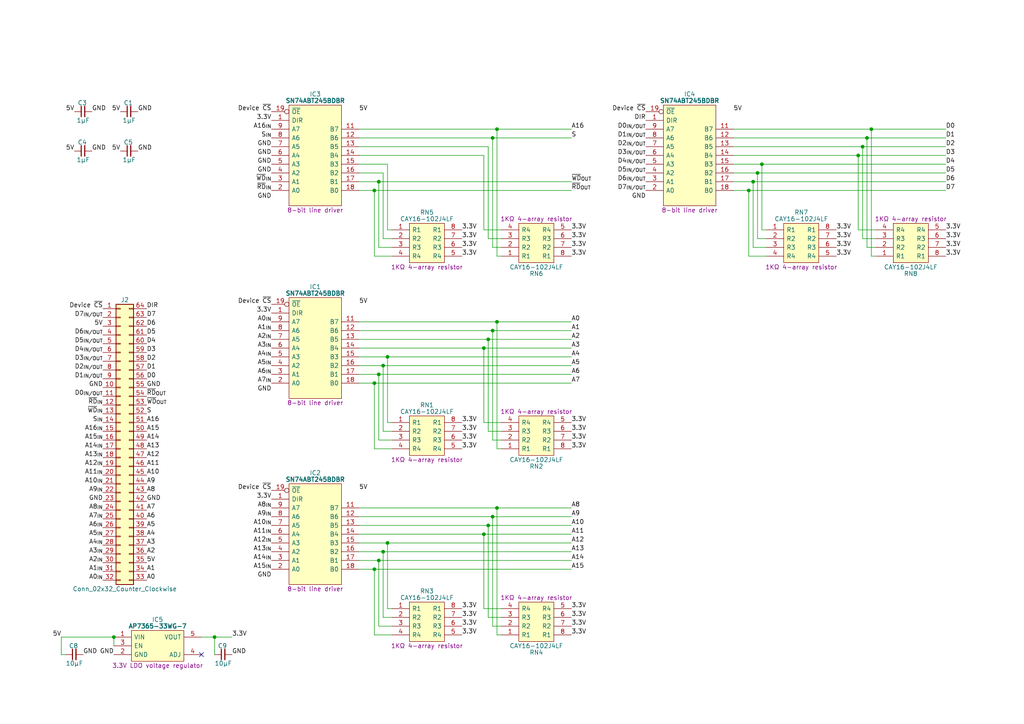
<source format=kicad_sch>
(kicad_sch (version 20230121) (generator eeschema)
  (paper "A4")
  (title_block (title "8bit Data 8bit Signal Buffer") (date "2023-10-07") (rev "V0"))
  (lib_symbols
    (symbol "Bourns:CAY16-102J4LF" (pin_names (offset 0.762))
      (property "Reference" "RN" (at 10.16 5.08 0))
      (property "Value" "CAY16-102J4LF" (at 10.16 3.175 0))
      (property "Description" "1KΩ 4-array resistor" (at 10.16 -10.795 0))
      (symbol "CAY16-102J4LF_0_0"
        (pin passive line (at 0 0 0) (length 5.08) (name "R1") (number "1"))
        (pin passive line (at 0 -2.54 0) (length 5.08) (name "R2") (number "2"))
        (pin passive line (at 0 -5.08 0) (length 5.08) (name "R3") (number "3"))
        (pin passive line (at 0 -7.62 0) (length 5.08) (name "R4") (number "4"))
        (pin passive line (at 20.32 -7.62 180) (length 5.08) (name "R4") (number "5"))
        (pin passive line (at 20.32 -5.08 180) (length 5.08) (name "R3") (number "6"))
        (pin passive line (at 20.32 -2.54 180) (length 5.08) (name "R2") (number "7"))
        (pin passive line (at 20.32 0 180) (length 5.08) (name "R1") (number "8"))
      )
      (symbol "CAY16-102J4LF_0_1"
        (polyline (pts (xy 5.08 1.905) (xy 15.24 1.905) (xy 15.24 -9.525) (xy 5.08 -9.525) (xy 5.08 1.905)) (stroke (width 0.1524)) (fill (type background)))
      )
    )
    (symbol "Connector_Generic:Conn_02x32_Counter_Clockwise" (pin_names (offset 1.016) hide)
      (property "Reference" "J" (at 1.27 40.64 0))
      (property "Value" "Conn_02x32_Counter_Clockwise" (at 1.27 -43.18 0))
      (symbol "Conn_02x32_Counter_Clockwise_1_1"
        (rectangle (start -1.27 -40.513) (end 0 -40.767) (stroke (width 0.1524)))
        (rectangle (start -1.27 -37.973) (end 0 -38.227) (stroke (width 0.1524)))
        (rectangle (start -1.27 -35.433) (end 0 -35.687) (stroke (width 0.1524)))
        (rectangle (start -1.27 -32.893) (end 0 -33.147) (stroke (width 0.1524)))
        (rectangle (start -1.27 -30.353) (end 0 -30.607) (stroke (width 0.1524)))
        (rectangle (start -1.27 -27.813) (end 0 -28.067) (stroke (width 0.1524)))
        (rectangle (start -1.27 -25.273) (end 0 -25.527) (stroke (width 0.1524)))
        (rectangle (start -1.27 -22.733) (end 0 -22.987) (stroke (width 0.1524)))
        (rectangle (start -1.27 -20.193) (end 0 -20.447) (stroke (width 0.1524)))
        (rectangle (start -1.27 -17.653) (end 0 -17.907) (stroke (width 0.1524)))
        (rectangle (start -1.27 -15.113) (end 0 -15.367) (stroke (width 0.1524)))
        (rectangle (start -1.27 -12.573) (end 0 -12.827) (stroke (width 0.1524)))
        (rectangle (start -1.27 -10.033) (end 0 -10.287) (stroke (width 0.1524)))
        (rectangle (start -1.27 -7.493) (end 0 -7.747) (stroke (width 0.1524)))
        (rectangle (start -1.27 -4.953) (end 0 -5.207) (stroke (width 0.1524)))
        (rectangle (start -1.27 -2.413) (end 0 -2.667) (stroke (width 0.1524)))
        (rectangle (start -1.27 0.127) (end 0 -0.127) (stroke (width 0.1524)))
        (rectangle (start -1.27 2.667) (end 0 2.413) (stroke (width 0.1524)))
        (rectangle (start -1.27 5.207) (end 0 4.953) (stroke (width 0.1524)))
        (rectangle (start -1.27 7.747) (end 0 7.493) (stroke (width 0.1524)))
        (rectangle (start -1.27 10.287) (end 0 10.033) (stroke (width 0.1524)))
        (rectangle (start -1.27 12.827) (end 0 12.573) (stroke (width 0.1524)))
        (rectangle (start -1.27 15.367) (end 0 15.113) (stroke (width 0.1524)))
        (rectangle (start -1.27 17.907) (end 0 17.653) (stroke (width 0.1524)))
        (rectangle (start -1.27 20.447) (end 0 20.193) (stroke (width 0.1524)))
        (rectangle (start -1.27 22.987) (end 0 22.733) (stroke (width 0.1524)))
        (rectangle (start -1.27 25.527) (end 0 25.273) (stroke (width 0.1524)))
        (rectangle (start -1.27 28.067) (end 0 27.813) (stroke (width 0.1524)))
        (rectangle (start -1.27 30.607) (end 0 30.353) (stroke (width 0.1524)))
        (rectangle (start -1.27 33.147) (end 0 32.893) (stroke (width 0.1524)))
        (rectangle (start -1.27 35.687) (end 0 35.433) (stroke (width 0.1524)))
        (rectangle (start -1.27 38.227) (end 0 37.973) (stroke (width 0.1524)))
        (rectangle (start -1.27 39.37) (end 3.81 -41.91) (stroke (width 0.254)) (fill (type background)))
        (rectangle (start 3.81 -40.513) (end 2.54 -40.767) (stroke (width 0.1524)))
        (rectangle (start 3.81 -37.973) (end 2.54 -38.227) (stroke (width 0.1524)))
        (rectangle (start 3.81 -35.433) (end 2.54 -35.687) (stroke (width 0.1524)))
        (rectangle (start 3.81 -32.893) (end 2.54 -33.147) (stroke (width 0.1524)))
        (rectangle (start 3.81 -30.353) (end 2.54 -30.607) (stroke (width 0.1524)))
        (rectangle (start 3.81 -27.813) (end 2.54 -28.067) (stroke (width 0.1524)))
        (rectangle (start 3.81 -25.273) (end 2.54 -25.527) (stroke (width 0.1524)))
        (rectangle (start 3.81 -22.733) (end 2.54 -22.987) (stroke (width 0.1524)))
        (rectangle (start 3.81 -20.193) (end 2.54 -20.447) (stroke (width 0.1524)))
        (rectangle (start 3.81 -17.653) (end 2.54 -17.907) (stroke (width 0.1524)))
        (rectangle (start 3.81 -15.113) (end 2.54 -15.367) (stroke (width 0.1524)))
        (rectangle (start 3.81 -12.573) (end 2.54 -12.827) (stroke (width 0.1524)))
        (rectangle (start 3.81 -10.033) (end 2.54 -10.287) (stroke (width 0.1524)))
        (rectangle (start 3.81 -7.493) (end 2.54 -7.747) (stroke (width 0.1524)))
        (rectangle (start 3.81 -4.953) (end 2.54 -5.207) (stroke (width 0.1524)))
        (rectangle (start 3.81 -2.413) (end 2.54 -2.667) (stroke (width 0.1524)))
        (rectangle (start 3.81 0.127) (end 2.54 -0.127) (stroke (width 0.1524)))
        (rectangle (start 3.81 2.667) (end 2.54 2.413) (stroke (width 0.1524)))
        (rectangle (start 3.81 5.207) (end 2.54 4.953) (stroke (width 0.1524)))
        (rectangle (start 3.81 7.747) (end 2.54 7.493) (stroke (width 0.1524)))
        (rectangle (start 3.81 10.287) (end 2.54 10.033) (stroke (width 0.1524)))
        (rectangle (start 3.81 12.827) (end 2.54 12.573) (stroke (width 0.1524)))
        (rectangle (start 3.81 15.367) (end 2.54 15.113) (stroke (width 0.1524)))
        (rectangle (start 3.81 17.907) (end 2.54 17.653) (stroke (width 0.1524)))
        (rectangle (start 3.81 20.447) (end 2.54 20.193) (stroke (width 0.1524)))
        (rectangle (start 3.81 22.987) (end 2.54 22.733) (stroke (width 0.1524)))
        (rectangle (start 3.81 25.527) (end 2.54 25.273) (stroke (width 0.1524)))
        (rectangle (start 3.81 28.067) (end 2.54 27.813) (stroke (width 0.1524)))
        (rectangle (start 3.81 30.607) (end 2.54 30.353) (stroke (width 0.1524)))
        (rectangle (start 3.81 33.147) (end 2.54 32.893) (stroke (width 0.1524)))
        (rectangle (start 3.81 35.687) (end 2.54 35.433) (stroke (width 0.1524)))
        (rectangle (start 3.81 38.227) (end 2.54 37.973) (stroke (width 0.1524)))
        (pin passive line (at -5.08 38.1 0) (length 3.81) (name "Pin_1") (number "1"))
        (pin passive line (at -5.08 15.24 0) (length 3.81) (name "Pin_10") (number "10"))
        (pin passive line (at -5.08 12.7 0) (length 3.81) (name "Pin_11") (number "11"))
        (pin passive line (at -5.08 10.16 0) (length 3.81) (name "Pin_12") (number "12"))
        (pin passive line (at -5.08 7.62 0) (length 3.81) (name "Pin_13") (number "13"))
        (pin passive line (at -5.08 5.08 0) (length 3.81) (name "Pin_14") (number "14"))
        (pin passive line (at -5.08 2.54 0) (length 3.81) (name "Pin_15") (number "15"))
        (pin passive line (at -5.08 0 0) (length 3.81) (name "Pin_16") (number "16"))
        (pin passive line (at -5.08 -2.54 0) (length 3.81) (name "Pin_17") (number "17"))
        (pin passive line (at -5.08 -5.08 0) (length 3.81) (name "Pin_18") (number "18"))
        (pin passive line (at -5.08 -7.62 0) (length 3.81) (name "Pin_19") (number "19"))
        (pin passive line (at -5.08 35.56 0) (length 3.81) (name "Pin_2") (number "2"))
        (pin passive line (at -5.08 -10.16 0) (length 3.81) (name "Pin_20") (number "20"))
        (pin passive line (at -5.08 -12.7 0) (length 3.81) (name "Pin_21") (number "21"))
        (pin passive line (at -5.08 -15.24 0) (length 3.81) (name "Pin_22") (number "22"))
        (pin passive line (at -5.08 -17.78 0) (length 3.81) (name "Pin_23") (number "23"))
        (pin passive line (at -5.08 -20.32 0) (length 3.81) (name "Pin_24") (number "24"))
        (pin passive line (at -5.08 -22.86 0) (length 3.81) (name "Pin_25") (number "25"))
        (pin passive line (at -5.08 -25.4 0) (length 3.81) (name "Pin_26") (number "26"))
        (pin passive line (at -5.08 -27.94 0) (length 3.81) (name "Pin_27") (number "27"))
        (pin passive line (at -5.08 -30.48 0) (length 3.81) (name "Pin_28") (number "28"))
        (pin passive line (at -5.08 -33.02 0) (length 3.81) (name "Pin_29") (number "29"))
        (pin passive line (at -5.08 33.02 0) (length 3.81) (name "Pin_3") (number "3"))
        (pin passive line (at -5.08 -35.56 0) (length 3.81) (name "Pin_30") (number "30"))
        (pin passive line (at -5.08 -38.1 0) (length 3.81) (name "Pin_31") (number "31"))
        (pin passive line (at -5.08 -40.64 0) (length 3.81) (name "Pin_32") (number "32"))
        (pin passive line (at 7.62 -40.64 180) (length 3.81) (name "Pin_33") (number "33"))
        (pin passive line (at 7.62 -38.1 180) (length 3.81) (name "Pin_34") (number "34"))
        (pin passive line (at 7.62 -35.56 180) (length 3.81) (name "Pin_35") (number "35"))
        (pin passive line (at 7.62 -33.02 180) (length 3.81) (name "Pin_36") (number "36"))
        (pin passive line (at 7.62 -30.48 180) (length 3.81) (name "Pin_37") (number "37"))
        (pin passive line (at 7.62 -27.94 180) (length 3.81) (name "Pin_38") (number "38"))
        (pin passive line (at 7.62 -25.4 180) (length 3.81) (name "Pin_39") (number "39"))
        (pin passive line (at -5.08 30.48 0) (length 3.81) (name "Pin_4") (number "4"))
        (pin passive line (at 7.62 -22.86 180) (length 3.81) (name "Pin_40") (number "40"))
        (pin passive line (at 7.62 -20.32 180) (length 3.81) (name "Pin_41") (number "41"))
        (pin passive line (at 7.62 -17.78 180) (length 3.81) (name "Pin_42") (number "42"))
        (pin passive line (at 7.62 -15.24 180) (length 3.81) (name "Pin_43") (number "43"))
        (pin passive line (at 7.62 -12.7 180) (length 3.81) (name "Pin_44") (number "44"))
        (pin passive line (at 7.62 -10.16 180) (length 3.81) (name "Pin_45") (number "45"))
        (pin passive line (at 7.62 -7.62 180) (length 3.81) (name "Pin_46") (number "46"))
        (pin passive line (at 7.62 -5.08 180) (length 3.81) (name "Pin_47") (number "47"))
        (pin passive line (at 7.62 -2.54 180) (length 3.81) (name "Pin_48") (number "48"))
        (pin passive line (at 7.62 0 180) (length 3.81) (name "Pin_49") (number "49"))
        (pin passive line (at -5.08 27.94 0) (length 3.81) (name "Pin_5") (number "5"))
        (pin passive line (at 7.62 2.54 180) (length 3.81) (name "Pin_50") (number "50"))
        (pin passive line (at 7.62 5.08 180) (length 3.81) (name "Pin_51") (number "51"))
        (pin passive line (at 7.62 7.62 180) (length 3.81) (name "Pin_52") (number "52"))
        (pin passive line (at 7.62 10.16 180) (length 3.81) (name "Pin_53") (number "53"))
        (pin passive line (at 7.62 12.7 180) (length 3.81) (name "Pin_54") (number "54"))
        (pin passive line (at 7.62 15.24 180) (length 3.81) (name "Pin_55") (number "55"))
        (pin passive line (at 7.62 17.78 180) (length 3.81) (name "Pin_56") (number "56"))
        (pin passive line (at 7.62 20.32 180) (length 3.81) (name "Pin_57") (number "57"))
        (pin passive line (at 7.62 22.86 180) (length 3.81) (name "Pin_58") (number "58"))
        (pin passive line (at 7.62 25.4 180) (length 3.81) (name "Pin_59") (number "59"))
        (pin passive line (at -5.08 25.4 0) (length 3.81) (name "Pin_6") (number "6"))
        (pin passive line (at 7.62 27.94 180) (length 3.81) (name "Pin_60") (number "60"))
        (pin passive line (at 7.62 30.48 180) (length 3.81) (name "Pin_61") (number "61"))
        (pin passive line (at 7.62 33.02 180) (length 3.81) (name "Pin_62") (number "62"))
        (pin passive line (at 7.62 35.56 180) (length 3.81) (name "Pin_63") (number "63"))
        (pin passive line (at 7.62 38.1 180) (length 3.81) (name "Pin_64") (number "64"))
        (pin passive line (at -5.08 22.86 0) (length 3.81) (name "Pin_7") (number "7"))
        (pin passive line (at -5.08 20.32 0) (length 3.81) (name "Pin_8") (number "8"))
        (pin passive line (at -5.08 17.78 0) (length 3.81) (name "Pin_9") (number "9"))
      )
    )
    (symbol "Diodes_Inc:AP7365-33WG-7" (pin_names (offset 0.762))
      (property "Reference" "IC" (at 12.7 5.08 0))
      (property "Value" "AP7365-33WG-7" (at 12.7 3.175 0))
      (property "Description" "3.3V LDO voltage regulator" (at 12.7 -8.255 0))
      (symbol "AP7365-33WG-7_0_0"
        (pin passive line (at 0 0 0) (length 5.08) (name "VIN") (number "1"))
        (pin passive line (at 0 -5.08 0) (length 5.08) (name "GND") (number "2"))
        (pin input line (at 0 -2.54 0) (length 5.08) (name "EN") (number "3"))
        (pin passive line (at 25.4 -5.08 180) (length 5.08) (name "ADJ") (number "4"))
        (pin passive line (at 25.4 0 180) (length 5.08) (name "VOUT") (number "5"))
      )
      (symbol "AP7365-33WG-7_0_1"
        (polyline (pts (xy 5.08 1.905) (xy 20.32 1.905) (xy 20.32 -6.985) (xy 5.08 -6.985) (xy 5.08 1.905)) (fill (type background)))
      )
    )
    (symbol "HCP65:C_0805" (pin_numbers hide) (pin_names (offset 0.254) hide)
      (property "Reference" "C" (at 2.286 2.54 0))
      (property "Value" "?μF" (at 2.54 -2.54 0))
      (symbol "C_0805_0_1"
        (polyline (pts (xy 1.9685 -1.4605) (xy 1.9685 1.5875)) (stroke (width 0.3048)))
        (polyline (pts (xy 2.9845 -1.4605) (xy 2.9845 1.5875)) (stroke (width 0.3302)))
      )
      (symbol "C_0805_1_1"
        (pin passive line (at 0 0 0) (length 2.032) (name "~") (number "1"))
        (pin passive line (at 5.08 0 180) (length 2.032) (name "~") (number "2"))
      )
    )
    (symbol "Texas_Instruments:SN74ABT245BDBR" (pin_names (offset 0.762))
      (property "Reference" "IC" (at 12.7 5.08 0))
      (property "Value" "SN74ABT245BDBR" (at 12.7 3.175 0))
      (property "Description" "8-bit line driver" (at 12.7 -28.575 0))
      (symbol "SN74ABT245BDBR_0_0"
        (pin input line (at 0 -2.54 0) (length 5.08) (name "DIR") (number "1"))
        (pin passive line (at 0 -25.4 0) (length 5.08) hide (name "GND") (number "10"))
        (pin tri_state line (at 25.4 -5.08 180) (length 5.08) (name "B7") (number "11"))
        (pin tri_state line (at 25.4 -7.62 180) (length 5.08) (name "B6") (number "12"))
        (pin tri_state line (at 25.4 -10.16 180) (length 5.08) (name "B5") (number "13"))
        (pin tri_state line (at 25.4 -12.7 180) (length 5.08) (name "B4") (number "14"))
        (pin tri_state line (at 25.4 -15.24 180) (length 5.08) (name "B3") (number "15"))
        (pin tri_state line (at 25.4 -17.78 180) (length 5.08) (name "B2") (number "16"))
        (pin tri_state line (at 25.4 -20.32 180) (length 5.08) (name "B1") (number "17"))
        (pin tri_state line (at 25.4 -22.86 180) (length 5.08) (name "B0") (number "18"))
        (pin input inverted (at 0 0 0) (length 5.08) (name "~{OE}") (number "19"))
        (pin tri_state line (at 0 -22.86 0) (length 5.08) (name "A0") (number "2"))
        (pin passive line (at 25.4 0 180) (length 5.08) hide (name "5V") (number "20"))
        (pin tri_state line (at 0 -20.32 0) (length 5.08) (name "A1") (number "3"))
        (pin tri_state line (at 0 -17.78 0) (length 5.08) (name "A2") (number "4"))
        (pin tri_state line (at 0 -15.24 0) (length 5.08) (name "A3") (number "5"))
        (pin tri_state line (at 0 -12.7 0) (length 5.08) (name "A4") (number "6"))
        (pin tri_state line (at 0 -10.16 0) (length 5.08) (name "A5") (number "7"))
        (pin tri_state line (at 0 -7.62 0) (length 5.08) (name "A6") (number "8"))
        (pin tri_state line (at 0 -5.08 0) (length 5.08) (name "A7") (number "9"))
      )
      (symbol "SN74ABT245BDBR_0_1"
        (polyline (pts (xy 5.08 1.905) (xy 20.32 1.905) (xy 20.32 -27.305) (xy 5.08 -27.305) (xy 5.08 1.905)) (stroke (width 0.1524)) (fill (type background)))
      )
    )
  )
  (junction (at 251.46 40.005))
  (junction (at 111.125 106.045))
  (junction (at 217.17 55.245))
  (junction (at 144.145 93.345))
  (junction (at 112.395 103.505))
  (junction (at 109.855 52.705))
  (junction (at 33.02 184.785))
  (junction (at 142.875 149.86))
  (junction (at 142.875 95.885))
  (junction (at 112.395 157.48))
  (junction (at 108.585 55.245))
  (junction (at 109.855 162.56))
  (junction (at 144.145 37.465))
  (junction (at 252.73 37.465))
  (junction (at 108.585 165.1))
  (junction (at 141.605 98.425))
  (junction (at 250.19 42.545))
  (junction (at 140.335 100.965))
  (junction (at 219.71 50.165))
  (junction (at 144.145 147.32))
  (junction (at 248.92 45.085))
  (junction (at 220.98 47.625))
  (junction (at 62.23 184.785))
  (junction (at 218.44 52.705))
  (junction (at 142.875 40.005))
  (junction (at 109.855 108.585))
  (junction (at 140.335 154.94))
  (junction (at 141.605 152.4))
  (junction (at 108.585 111.125))
  (junction (at 111.125 160.02))
  (no_connect (at 58.42 189.865))
  (wire (pts (xy 140.335 100.965) (xy 165.735 100.965)))
  (wire (pts (xy 145.415 127.635) (xy 142.875 127.635)))
  (wire (pts (xy 250.19 69.215) (xy 254 69.215)))
  (wire (pts (xy 165.735 154.94) (xy 140.335 154.94)))
  (wire (pts (xy 212.725 47.625) (xy 220.98 47.625)))
  (wire (pts (xy 144.145 93.345) (xy 165.735 93.345)))
  (wire (pts (xy 104.14 37.465) (xy 144.145 37.465)))
  (wire (pts (xy 252.73 37.465) (xy 274.32 37.465)))
  (wire (pts (xy 140.335 66.675) (xy 145.415 66.675)))
  (wire (pts (xy 140.335 176.53) (xy 145.415 176.53)))
  (wire (pts (xy 219.71 69.215) (xy 222.25 69.215)))
  (wire (pts (xy 144.145 37.465) (xy 144.145 74.295)))
  (wire (pts (xy 212.725 37.465) (xy 252.73 37.465)))
  (wire (pts (xy 111.125 106.045) (xy 165.735 106.045)))
  (wire (pts (xy 108.585 130.175) (xy 108.585 111.125)))
  (wire (pts (xy 112.395 66.675) (xy 112.395 47.625)))
  (wire (pts (xy 109.855 127.635) (xy 109.855 108.585)))
  (wire (pts (xy 142.875 95.885) (xy 165.735 95.885)))
  (wire (pts (xy 62.23 189.865) (xy 62.23 184.785)))
  (wire (pts (xy 248.92 66.675) (xy 248.92 45.085)))
  (wire (pts (xy 111.125 69.215) (xy 111.125 50.165)))
  (wire (pts (xy 141.605 179.07) (xy 141.605 152.4)))
  (wire (pts (xy 219.71 50.165) (xy 274.32 50.165)))
  (wire (pts (xy 145.415 184.15) (xy 144.145 184.15)))
  (wire (pts (xy 104.14 98.425) (xy 141.605 98.425)))
  (wire (pts (xy 111.125 125.095) (xy 113.665 125.095)))
  (wire (pts (xy 251.46 40.005) (xy 251.46 71.755)))
  (wire (pts (xy 144.145 93.345) (xy 144.145 130.175)))
  (wire (pts (xy 108.585 111.125) (xy 165.735 111.125)))
  (wire (pts (xy 250.19 69.215) (xy 250.19 42.545)))
  (wire (pts (xy 108.585 165.1) (xy 104.14 165.1)))
  (wire (pts (xy 142.875 149.86) (xy 142.875 181.61)))
  (wire (pts (xy 104.14 47.625) (xy 112.395 47.625)))
  (wire (pts (xy 109.855 108.585) (xy 165.735 108.585)))
  (wire (pts (xy 109.855 71.755) (xy 109.855 52.705)))
  (wire (pts (xy 104.14 95.885) (xy 142.875 95.885)))
  (wire (pts (xy 165.735 157.48) (xy 112.395 157.48)))
  (wire (pts (xy 145.415 130.175) (xy 144.145 130.175)))
  (wire (pts (xy 248.92 45.085) (xy 274.32 45.085)))
  (wire (pts (xy 17.78 184.785) (xy 33.02 184.785)))
  (wire (pts (xy 140.335 122.555) (xy 145.415 122.555)))
  (wire (pts (xy 217.17 55.245) (xy 274.32 55.245)))
  (wire (pts (xy 104.14 103.505) (xy 112.395 103.505)))
  (wire (pts (xy 112.395 66.675) (xy 113.665 66.675)))
  (wire (pts (xy 250.19 42.545) (xy 274.32 42.545)))
  (wire (pts (xy 212.725 55.245) (xy 217.17 55.245)))
  (wire (pts (xy 108.585 74.295) (xy 108.585 55.245)))
  (wire (pts (xy 141.605 98.425) (xy 165.735 98.425)))
  (wire (pts (xy 248.92 66.675) (xy 254 66.675)))
  (wire (pts (xy 111.125 179.07) (xy 113.665 179.07)))
  (wire (pts (xy 165.735 165.1) (xy 108.585 165.1)))
  (wire (pts (xy 33.02 184.785) (xy 33.02 187.325)))
  (wire (pts (xy 111.125 69.215) (xy 113.665 69.215)))
  (wire (pts (xy 142.875 40.005) (xy 142.875 71.755)))
  (wire (pts (xy 141.605 69.215) (xy 141.605 42.545)))
  (wire (pts (xy 112.395 122.555) (xy 113.665 122.555)))
  (wire (pts (xy 165.735 149.86) (xy 142.875 149.86)))
  (wire (pts (xy 108.585 184.15) (xy 108.585 165.1)))
  (wire (pts (xy 113.665 127.635) (xy 109.855 127.635)))
  (wire (pts (xy 104.14 50.165) (xy 111.125 50.165)))
  (wire (pts (xy 165.735 147.32) (xy 144.145 147.32)))
  (wire (pts (xy 113.665 184.15) (xy 108.585 184.15)))
  (wire (pts (xy 220.98 66.675) (xy 222.25 66.675)))
  (wire (pts (xy 111.125 179.07) (xy 111.125 160.02)))
  (wire (pts (xy 218.44 52.705) (xy 274.32 52.705)))
  (wire (pts (xy 142.875 95.885) (xy 142.875 127.635)))
  (wire (pts (xy 104.14 45.085) (xy 140.335 45.085)))
  (wire (pts (xy 140.335 66.675) (xy 140.335 45.085)))
  (wire (pts (xy 212.725 45.085) (xy 248.92 45.085)))
  (wire (pts (xy 113.665 181.61) (xy 109.855 181.61)))
  (wire (pts (xy 112.395 122.555) (xy 112.395 103.505)))
  (wire (pts (xy 112.395 157.48) (xy 104.14 157.48)))
  (wire (pts (xy 112.395 103.505) (xy 165.735 103.505)))
  (wire (pts (xy 104.14 100.965) (xy 140.335 100.965)))
  (wire (pts (xy 222.25 74.295) (xy 217.17 74.295)))
  (wire (pts (xy 104.14 108.585) (xy 109.855 108.585)))
  (wire (pts (xy 165.735 162.56) (xy 109.855 162.56)))
  (wire (pts (xy 104.14 93.345) (xy 144.145 93.345)))
  (wire (pts (xy 108.585 55.245) (xy 165.735 55.245)))
  (wire (pts (xy 113.665 71.755) (xy 109.855 71.755)))
  (wire (pts (xy 141.605 125.095) (xy 145.415 125.095)))
  (wire (pts (xy 58.42 184.785) (xy 62.23 184.785)))
  (wire (pts (xy 144.145 147.32) (xy 144.145 184.15)))
  (wire (pts (xy 104.14 55.245) (xy 108.585 55.245)))
  (wire (pts (xy 141.605 152.4) (xy 104.14 152.4)))
  (wire (pts (xy 104.14 111.125) (xy 108.585 111.125)))
  (wire (pts (xy 254 74.295) (xy 252.73 74.295)))
  (wire (pts (xy 145.415 74.295) (xy 144.145 74.295)))
  (wire (pts (xy 165.735 160.02) (xy 111.125 160.02)))
  (wire (pts (xy 212.725 50.165) (xy 219.71 50.165)))
  (wire (pts (xy 254 71.755) (xy 251.46 71.755)))
  (wire (pts (xy 140.335 154.94) (xy 104.14 154.94)))
  (wire (pts (xy 111.125 160.02) (xy 104.14 160.02)))
  (wire (pts (xy 252.73 37.465) (xy 252.73 74.295)))
  (wire (pts (xy 142.875 40.005) (xy 165.735 40.005)))
  (wire (pts (xy 140.335 122.555) (xy 140.335 100.965)))
  (wire (pts (xy 220.98 66.675) (xy 220.98 47.625)))
  (wire (pts (xy 145.415 181.61) (xy 142.875 181.61)))
  (wire (pts (xy 113.665 130.175) (xy 108.585 130.175)))
  (wire (pts (xy 113.665 74.295) (xy 108.585 74.295)))
  (wire (pts (xy 222.25 71.755) (xy 218.44 71.755)))
  (wire (pts (xy 17.78 184.785) (xy 17.78 189.865)))
  (wire (pts (xy 144.145 37.465) (xy 165.735 37.465)))
  (wire (pts (xy 141.605 125.095) (xy 141.605 98.425)))
  (wire (pts (xy 109.855 162.56) (xy 104.14 162.56)))
  (wire (pts (xy 219.71 69.215) (xy 219.71 50.165)))
  (wire (pts (xy 112.395 176.53) (xy 113.665 176.53)))
  (wire (pts (xy 104.14 106.045) (xy 111.125 106.045)))
  (wire (pts (xy 104.14 42.545) (xy 141.605 42.545)))
  (wire (pts (xy 212.725 40.005) (xy 251.46 40.005)))
  (wire (pts (xy 111.125 125.095) (xy 111.125 106.045)))
  (wire (pts (xy 109.855 52.705) (xy 165.735 52.705)))
  (wire (pts (xy 165.735 152.4) (xy 141.605 152.4)))
  (wire (pts (xy 145.415 71.755) (xy 142.875 71.755)))
  (wire (pts (xy 112.395 176.53) (xy 112.395 157.48)))
  (wire (pts (xy 109.855 181.61) (xy 109.855 162.56)))
  (wire (pts (xy 251.46 40.005) (xy 274.32 40.005)))
  (wire (pts (xy 142.875 149.86) (xy 104.14 149.86)))
  (wire (pts (xy 220.98 47.625) (xy 274.32 47.625)))
  (wire (pts (xy 217.17 74.295) (xy 217.17 55.245)))
  (wire (pts (xy 17.78 189.865) (xy 19.05 189.865)))
  (wire (pts (xy 212.725 52.705) (xy 218.44 52.705)))
  (wire (pts (xy 218.44 71.755) (xy 218.44 52.705)))
  (wire (pts (xy 104.14 40.005) (xy 142.875 40.005)))
  (wire (pts (xy 141.605 179.07) (xy 145.415 179.07)))
  (wire (pts (xy 212.725 42.545) (xy 250.19 42.545)))
  (wire (pts (xy 62.23 184.785) (xy 67.31 184.785)))
  (wire (pts (xy 141.605 69.215) (xy 145.415 69.215)))
  (wire (pts (xy 104.14 52.705) (xy 109.855 52.705)))
  (wire (pts (xy 140.335 176.53) (xy 140.335 154.94)))
  (wire (pts (xy 144.145 147.32) (xy 104.14 147.32)))
  (label "~{RD}_{OUT}" (at 165.735 55.245 0))
  (label "3.3V" (at 165.735 125.095 0))
  (label "~{WD}_{OUT}" (at 165.735 52.705 0))
  (label "GND" (at 78.74 57.785 180))
  (label "A16" (at 42.545 122.555 0))
  (label "3.3V" (at 133.985 122.555 0))
  (label "GND" (at 187.325 57.785 180))
  (label "A7_{IN}" (at 29.845 150.495 180))
  (label "A2" (at 42.545 160.655 0))
  (label "3.3V" (at 165.735 127.635 0))
  (label "3.3V" (at 165.735 176.53 0))
  (label "A12_{IN}" (at 29.845 135.255 180))
  (label "Device ~{CS}" (at 29.845 89.535 180))
  (label "~{WD}_{IN}" (at 29.845 120.015 180))
  (label "3.3V" (at 165.735 130.175 0))
  (label "3.3V" (at 133.985 184.15 0))
  (label "D2_{IN{slash}OUT}" (at 29.845 107.315 180))
  (label "A7" (at 165.735 111.125 0))
  (label "3.3V" (at 78.74 144.78 180))
  (label "D5_{IN{slash}OUT}" (at 29.845 99.695 180))
  (label "GND" (at 78.74 42.545 180))
  (label "3.3V" (at 242.57 74.295 0))
  (label "D3_{IN{slash}OUT}" (at 187.325 45.085 180))
  (label "A15" (at 42.545 125.095 0))
  (label "A12" (at 42.545 132.715 0))
  (label "D2_{IN{slash}OUT}" (at 187.325 42.545 180))
  (label "A8_{IN}" (at 78.74 147.32 180))
  (label "A3" (at 42.545 158.115 0))
  (label "DIR" (at 187.325 34.925 180))
  (label "GND" (at 67.31 189.865 0))
  (label "3.3V" (at 133.985 66.675 0))
  (label "GND" (at 26.67 32.385 0))
  (label "D4_{IN{slash}OUT}" (at 187.325 47.625 180))
  (label "3.3V" (at 133.985 69.215 0))
  (label "GND" (at 78.74 47.625 180))
  (label "D4_{IN{slash}OUT}" (at 29.845 102.235 180))
  (label "A12_{IN}" (at 78.74 157.48 180))
  (label "D2" (at 274.32 42.545 0))
  (label "A9" (at 42.545 140.335 0))
  (label "3.3V" (at 242.57 71.755 0))
  (label "~{RD}_{OUT}" (at 42.545 114.935 0))
  (label "5V" (at 34.925 43.815 180))
  (label "A2_{IN}" (at 29.845 163.195 180))
  (label "A9_{IN}" (at 29.845 142.875 180))
  (label "5V" (at 104.14 88.265 0))
  (label "A16_{IN}" (at 78.74 37.465 180))
  (label "A7_{IN}" (at 78.74 111.125 180))
  (label "A14_{IN}" (at 29.845 130.175 180))
  (label "A8" (at 165.735 147.32 0))
  (label "D7_{IN{slash}OUT}" (at 187.325 55.245 180))
  (label "A5" (at 42.545 153.035 0))
  (label "GND" (at 24.13 189.865 0))
  (label "A0" (at 42.545 168.275 0))
  (label "5V" (at 17.78 184.785 180))
  (label "D1" (at 274.32 40.005 0))
  (label "D6_{IN{slash}OUT}" (at 187.325 52.705 180))
  (label "3.3V" (at 133.985 176.53 0))
  (label "D0_{IN{slash}OUT}" (at 29.845 114.935 180))
  (label "D3" (at 42.545 102.235 0))
  (label "A11_{IN}" (at 78.74 154.94 180))
  (label "A14" (at 165.735 162.56 0))
  (label "3.3V" (at 274.32 74.295 0))
  (label "A0_{IN}" (at 78.74 93.345 180))
  (label "3.3V" (at 133.985 179.07 0))
  (label "A4_{IN}" (at 78.74 103.505 180))
  (label "A15_{IN}" (at 78.74 165.1 180))
  (label "D4" (at 274.32 47.625 0))
  (label "A13_{IN}" (at 78.74 160.02 180))
  (label "3.3V" (at 165.735 66.675 0))
  (label "GND" (at 78.74 50.165 180))
  (label "5V" (at 104.14 142.24 0))
  (label "3.3V" (at 78.74 90.805 180))
  (label "5V" (at 104.14 32.385 0))
  (label "S" (at 165.735 40.005 0))
  (label "A10" (at 42.545 137.795 0))
  (label "D0" (at 42.545 109.855 0))
  (label "D2" (at 42.545 104.775 0))
  (label "A3_{IN}" (at 78.74 100.965 180))
  (label "A4" (at 42.545 155.575 0))
  (label "GND" (at 33.02 189.865 180))
  (label "S_{IN}" (at 29.845 122.555 180))
  (label "A5" (at 165.735 106.045 0))
  (label "3.3V" (at 274.32 69.215 0))
  (label "A5_{IN}" (at 29.845 155.575 180))
  (label "A5_{IN}" (at 78.74 106.045 180))
  (label "D5_{IN{slash}OUT}" (at 187.325 50.165 180))
  (label "A7" (at 42.545 147.955 0))
  (label "A2_{IN}" (at 78.74 98.425 180))
  (label "3.3V" (at 165.735 74.295 0))
  (label "GND" (at 42.545 145.415 0))
  (label "3.3V" (at 165.735 71.755 0))
  (label "A0" (at 165.735 93.345 0))
  (label "5V" (at 21.59 32.385 180))
  (label "GND" (at 26.67 43.815 0))
  (label "5V" (at 29.845 94.615 180))
  (label "~{RD}_{IN}" (at 78.74 55.245 180))
  (label "A11_{IN}" (at 29.845 137.795 180))
  (label "GND" (at 78.74 167.64 180))
  (label "3.3V" (at 242.57 66.675 0))
  (label "A13" (at 165.735 160.02 0))
  (label "~{WD}_{IN}" (at 78.74 52.705 180))
  (label "S_{IN}" (at 78.74 40.005 180))
  (label "A1" (at 165.735 95.885 0))
  (label "A13" (at 42.545 130.175 0))
  (label "D3" (at 274.32 45.085 0))
  (label "A16_{IN}" (at 29.845 125.095 180))
  (label "GND" (at 42.545 112.395 0))
  (label "Device ~{CS}" (at 78.74 142.24 180))
  (label "D7_{IN{slash}OUT}" (at 29.845 92.075 180))
  (label "A14_{IN}" (at 78.74 162.56 180))
  (label "D7" (at 274.32 55.245 0))
  (label "A0_{IN}" (at 29.845 168.275 180))
  (label "D0_{IN{slash}OUT}" (at 187.325 37.465 180))
  (label "3.3V" (at 242.57 69.215 0))
  (label "5V" (at 21.59 43.815 180))
  (label "A10" (at 165.735 152.4 0))
  (label "GND" (at 78.74 45.085 180))
  (label "A13_{IN}" (at 29.845 132.715 180))
  (label "A6" (at 165.735 108.585 0))
  (label "Device ~{CS}" (at 78.74 88.265 180))
  (label "5V" (at 34.925 32.385 180))
  (label "~{WD}_{OUT}" (at 42.545 117.475 0))
  (label "GND" (at 29.845 145.415 180))
  (label "D1_{IN{slash}OUT}" (at 29.845 109.855 180))
  (label "GND" (at 40.005 43.815 0))
  (label "A4_{IN}" (at 29.845 158.115 180))
  (label "3.3V" (at 133.985 71.755 0))
  (label "D6_{IN{slash}OUT}" (at 29.845 97.155 180))
  (label "GND" (at 40.005 32.385 0))
  (label "3.3V" (at 165.735 122.555 0))
  (label "A14" (at 42.545 127.635 0))
  (label "3.3V" (at 165.735 184.15 0))
  (label "A12" (at 165.735 157.48 0))
  (label "3.3V" (at 133.985 181.61 0))
  (label "D1" (at 42.545 107.315 0))
  (label "D7" (at 42.545 92.075 0))
  (label "3.3V" (at 133.985 125.095 0))
  (label "Device ~{CS}" (at 187.325 32.385 180))
  (label "3.3V" (at 67.31 184.785 0))
  (label "3.3V" (at 274.32 66.675 0))
  (label "3.3V" (at 78.74 34.925 180))
  (label "A10_{IN}" (at 78.74 152.4 180))
  (label "A6_{IN}" (at 29.845 153.035 180))
  (label "DIR" (at 42.545 89.535 0))
  (label "D1_{IN{slash}OUT}" (at 187.325 40.005 180))
  (label "3.3V" (at 274.32 71.755 0))
  (label "GND" (at 78.74 113.665 180))
  (label "GND" (at 29.845 112.395 180))
  (label "A1_{IN}" (at 29.845 165.735 180))
  (label "A1" (at 42.545 165.735 0))
  (label "D5" (at 42.545 97.155 0))
  (label "D0" (at 274.32 37.465 0))
  (label "5V" (at 42.545 163.195 0))
  (label "A8" (at 42.545 142.875 0))
  (label "A11" (at 165.735 154.94 0))
  (label "D4" (at 42.545 99.695 0))
  (label "A3" (at 165.735 100.965 0))
  (label "A10_{IN}" (at 29.845 140.335 180))
  (label "D6" (at 274.32 52.705 0))
  (label "S" (at 42.545 120.015 0))
  (label "A2" (at 165.735 98.425 0))
  (label "Device ~{CS}" (at 78.74 32.385 180))
  (label "A15_{IN}" (at 29.845 127.635 180))
  (label "3.3V" (at 165.735 181.61 0))
  (label "A9_{IN}" (at 78.74 149.86 180))
  (label "5V" (at 212.725 32.385 0))
  (label "3.3V" (at 133.985 127.635 0))
  (label "3.3V" (at 165.735 69.215 0))
  (label "A9" (at 165.735 149.86 0))
  (label "3.3V" (at 133.985 74.295 0))
  (label "A8_{IN}" (at 29.845 147.955 180))
  (label "3.3V" (at 133.985 130.175 0))
  (label "A15" (at 165.735 165.1 0))
  (label "A1_{IN}" (at 78.74 95.885 180))
  (label "A4" (at 165.735 103.505 0))
  (label "A6" (at 42.545 150.495 0))
  (label "A16" (at 165.735 37.465 0))
  (label "D3_{IN{slash}OUT}" (at 29.845 104.775 180))
  (label "D6" (at 42.545 94.615 0))
  (label "~{RD}_{IN}" (at 29.845 117.475 180))
  (label "A3_{IN}" (at 29.845 160.655 180))
  (label "A6_{IN}" (at 78.74 108.585 180))
  (label "3.3V" (at 165.735 179.07 0))
  (label "A11" (at 42.545 135.255 0))
  (label "D5" (at 274.32 50.165 0))
  (symbol (lib_id "Bourns:CAY16-102J4LF") (at 145.415 130.175 0) (mirror x) (unit 1)
    (property "Reference" "RN2" (at 155.575 135.255 0))
    (property "Value" "CAY16-102J4LF" (at 155.575 133.35 0))
    (property "Footprint" "SamacSys_Parts:CAY16-J4" (effects hide))
    (property "Datasheet" "https://www.bourns.com/pdfs/CATCAY.pdf" (effects hide))
    (property "Description" "1KΩ 4-array resistor" (at 155.575 119.38 0))
    (property "Manufacturer_Name" "Bourns" (effects hide))
    (property "Manufacturer_Part_Number" "CAY16-102J4LF\n" (effects hide))
    (property "Mouser Part Number" "652-CAY16-102J4LF" (effects hide))
    (property "Mouser Price/Stock" "https://www.mouser.co.uk/ProductDetail/Bourns/CAY16-472J4LF?qs=vjljXApjgZXDWSqaYW6%252BOA%3D%3D" (effects hide))
    (property "Silkscreen" "1KΩ" (effects hide))
  )
  (symbol (lib_id "Bourns:CAY16-102J4LF") (at 222.25 66.675 0) (unit 1)
    (property "Reference" "RN7" (at 232.41 61.595 0))
    (property "Value" "CAY16-102J4LF" (at 232.41 63.5 0))
    (property "Footprint" "SamacSys_Parts:CAY16-J4" (effects hide))
    (property "Datasheet" "https://www.bourns.com/pdfs/CATCAY.pdf" (effects hide))
    (property "Description" "1KΩ 4-array resistor" (at 232.41 77.47 0))
    (property "Manufacturer_Name" "Bourns" (effects hide))
    (property "Manufacturer_Part_Number" "CAY16-102J4LF\n" (effects hide))
    (property "Mouser Part Number" "652-CAY16-102J4LF" (effects hide))
    (property "Mouser Price/Stock" "https://www.mouser.co.uk/ProductDetail/Bourns/CAY16-472J4LF?qs=vjljXApjgZXDWSqaYW6%252BOA%3D%3D" (effects hide))
    (property "Silkscreen" "1KΩ" (effects hide))
  )
  (symbol (lib_id "Texas_Instruments:SN74ABT245BDBR") (at 78.74 32.385 0) (unit 1)
    (property "Reference" "IC3" (at 91.44 27.305 0))
    (property "Value" "SN74ABT245BDBR" (at 91.44 29.21 0) (effects (font bold)))
    (property "Footprint" "SOP65P780X200-20N" (effects hide))
    (property "Datasheet" "http://www.ti.com/lit/gpn/sn74abt245b" (effects hide))
    (property "Description" "8-bit line driver" (at 91.44 60.96 0))
    (property "Height" "2" (effects hide))
    (property "Manufacturer_Name" "Texas Instruments" (effects hide))
    (property "Manufacturer_Part_Number" "SN74ABT245BDBR" (effects hide))
    (property "Mouser Part Number" "595-SN74ABT245BDBR" (effects hide))
    (property "Mouser Price/Stock" "https://www.mouser.co.uk/ProductDetail/Texas-Instruments/SN74ABT245BDBR?qs=5nGYs9Do7G0kvriH65mtcg%3D%3D" (effects hide))
    (property "Silkscreen" "74ABT245" (effects hide))
  )
  (symbol (lib_id "HCP65:C_0805") (at 21.59 32.385 0) (unit 1)
    (property "Reference" "C3" (at 23.876 29.845 0))
    (property "Value" "1μF" (at 24.13 34.925 0))
    (property "Footprint" "SamacSys_Parts:C_0805" (effects hide))
  )
  (symbol (lib_id "Bourns:CAY16-102J4LF") (at 145.415 74.295 0) (mirror x) (unit 1)
    (property "Reference" "RN6" (at 155.575 79.375 0))
    (property "Value" "CAY16-102J4LF" (at 155.575 77.47 0))
    (property "Footprint" "SamacSys_Parts:CAY16-J4" (effects hide))
    (property "Datasheet" "https://www.bourns.com/pdfs/CATCAY.pdf" (effects hide))
    (property "Description" "1KΩ 4-array resistor" (at 155.575 63.5 0))
    (property "Manufacturer_Name" "Bourns" (effects hide))
    (property "Manufacturer_Part_Number" "CAY16-102J4LF\n" (effects hide))
    (property "Mouser Part Number" "652-CAY16-102J4LF" (effects hide))
    (property "Mouser Price/Stock" "https://www.mouser.co.uk/ProductDetail/Bourns/CAY16-472J4LF?qs=vjljXApjgZXDWSqaYW6%252BOA%3D%3D" (effects hide))
    (property "Silkscreen" "1KΩ" (effects hide))
  )
  (symbol (lib_id "HCP65:C_0805") (at 34.925 32.385 0) (unit 1)
    (property "Reference" "C1" (at 37.211 29.845 0))
    (property "Value" "1μF" (at 37.465 34.925 0))
    (property "Footprint" "SamacSys_Parts:C_0805" (effects hide))
  )
  (symbol (lib_id "Texas_Instruments:SN74ABT245BDBR") (at 78.74 88.265 0) (unit 1)
    (property "Reference" "IC1" (at 91.44 83.185 0))
    (property "Value" "SN74ABT245BDBR" (at 91.44 85.09 0) (effects (font bold)))
    (property "Footprint" "SOP65P780X200-20N" (effects hide))
    (property "Datasheet" "http://www.ti.com/lit/gpn/sn74abt245b" (effects hide))
    (property "Description" "8-bit line driver" (at 91.44 116.84 0))
    (property "Height" "2" (effects hide))
    (property "Manufacturer_Name" "Texas Instruments" (effects hide))
    (property "Manufacturer_Part_Number" "SN74ABT245BDBR" (effects hide))
    (property "Mouser Part Number" "595-SN74ABT245BDBR" (effects hide))
    (property "Mouser Price/Stock" "https://www.mouser.co.uk/ProductDetail/Texas-Instruments/SN74ABT245BDBR?qs=5nGYs9Do7G0kvriH65mtcg%3D%3D" (effects hide))
    (property "Silkscreen" "74ABT245" (effects hide))
  )
  (symbol (lib_id "Bourns:CAY16-102J4LF") (at 145.415 184.15 0) (mirror x) (unit 1)
    (property "Reference" "RN4" (at 155.575 189.23 0))
    (property "Value" "CAY16-102J4LF" (at 155.575 187.325 0))
    (property "Footprint" "SamacSys_Parts:CAY16-J4" (effects hide))
    (property "Datasheet" "https://www.bourns.com/pdfs/CATCAY.pdf" (effects hide))
    (property "Description" "1KΩ 4-array resistor" (at 155.575 173.355 0))
    (property "Manufacturer_Name" "Bourns" (effects hide))
    (property "Manufacturer_Part_Number" "CAY16-102J4LF\n" (effects hide))
    (property "Mouser Part Number" "652-CAY16-102J4LF" (effects hide))
    (property "Mouser Price/Stock" "https://www.mouser.co.uk/ProductDetail/Bourns/CAY16-472J4LF?qs=vjljXApjgZXDWSqaYW6%252BOA%3D%3D" (effects hide))
    (property "Silkscreen" "1KΩ" (effects hide))
  )
  (symbol (lib_id "Bourns:CAY16-102J4LF") (at 113.665 176.53 0) (unit 1)
    (property "Reference" "RN3" (at 123.825 171.45 0))
    (property "Value" "CAY16-102J4LF" (at 123.825 173.355 0))
    (property "Footprint" "SamacSys_Parts:CAY16-J4" (effects hide))
    (property "Datasheet" "https://www.bourns.com/pdfs/CATCAY.pdf" (effects hide))
    (property "Description" "1KΩ 4-array resistor" (at 123.825 187.325 0))
    (property "Manufacturer_Name" "Bourns" (effects hide))
    (property "Manufacturer_Part_Number" "CAY16-102J4LF\n" (effects hide))
    (property "Mouser Part Number" "652-CAY16-102J4LF" (effects hide))
    (property "Mouser Price/Stock" "https://www.mouser.co.uk/ProductDetail/Bourns/CAY16-472J4LF?qs=vjljXApjgZXDWSqaYW6%252BOA%3D%3D" (effects hide))
    (property "Silkscreen" "1KΩ" (effects hide))
  )
  (symbol (lib_id "HCP65:C_0805") (at 19.05 189.865 0) (unit 1)
    (property "Reference" "C8" (at 21.336 187.325 0))
    (property "Value" "10µF" (at 19.05 192.405 0) (effects (justify left)))
    (property "Footprint" "SamacSys_Parts:C_0805" (effects hide))
  )
  (symbol (lib_id "Bourns:CAY16-102J4LF") (at 254 74.295 0) (mirror x) (unit 1)
    (property "Reference" "RN8" (at 264.16 79.375 0))
    (property "Value" "CAY16-102J4LF" (at 264.16 77.47 0))
    (property "Footprint" "SamacSys_Parts:CAY16-J4" (effects hide))
    (property "Datasheet" "https://www.bourns.com/pdfs/CATCAY.pdf" (effects hide))
    (property "Description" "1KΩ 4-array resistor" (at 264.16 63.5 0))
    (property "Manufacturer_Name" "Bourns" (effects hide))
    (property "Manufacturer_Part_Number" "CAY16-102J4LF\n" (effects hide))
    (property "Mouser Part Number" "652-CAY16-102J4LF" (effects hide))
    (property "Mouser Price/Stock" "https://www.mouser.co.uk/ProductDetail/Bourns/CAY16-472J4LF?qs=vjljXApjgZXDWSqaYW6%252BOA%3D%3D" (effects hide))
    (property "Silkscreen" "1KΩ" (effects hide))
  )
  (symbol (lib_id "Bourns:CAY16-102J4LF") (at 113.665 66.675 0) (unit 1)
    (property "Reference" "RN5" (at 123.825 61.595 0))
    (property "Value" "CAY16-102J4LF" (at 123.825 63.5 0))
    (property "Footprint" "SamacSys_Parts:CAY16-J4" (effects hide))
    (property "Datasheet" "https://www.bourns.com/pdfs/CATCAY.pdf" (effects hide))
    (property "Description" "1KΩ 4-array resistor" (at 123.825 77.47 0))
    (property "Manufacturer_Name" "Bourns" (effects hide))
    (property "Manufacturer_Part_Number" "CAY16-102J4LF\n" (effects hide))
    (property "Mouser Part Number" "652-CAY16-102J4LF" (effects hide))
    (property "Mouser Price/Stock" "https://www.mouser.co.uk/ProductDetail/Bourns/CAY16-472J4LF?qs=vjljXApjgZXDWSqaYW6%252BOA%3D%3D" (effects hide))
    (property "Silkscreen" "1KΩ" (effects hide))
  )
  (symbol (lib_id "Texas_Instruments:SN74ABT245BDBR") (at 78.74 142.24 0) (unit 1)
    (property "Reference" "IC2" (at 91.44 137.16 0))
    (property "Value" "SN74ABT245BDBR" (at 91.44 139.065 0) (effects (font bold)))
    (property "Footprint" "SOP65P780X200-20N" (effects hide))
    (property "Datasheet" "http://www.ti.com/lit/gpn/sn74abt245b" (effects hide))
    (property "Description" "8-bit line driver" (at 91.44 170.815 0))
    (property "Height" "2" (effects hide))
    (property "Manufacturer_Name" "Texas Instruments" (effects hide))
    (property "Manufacturer_Part_Number" "SN74ABT245BDBR" (effects hide))
    (property "Mouser Part Number" "595-SN74ABT245BDBR" (effects hide))
    (property "Mouser Price/Stock" "https://www.mouser.co.uk/ProductDetail/Texas-Instruments/SN74ABT245BDBR?qs=5nGYs9Do7G0kvriH65mtcg%3D%3D" (effects hide))
    (property "Silkscreen" "74ABT245" (effects hide))
  )
  (symbol (lib_id "Bourns:CAY16-102J4LF") (at 113.665 122.555 0) (unit 1)
    (property "Reference" "RN1" (at 123.825 117.475 0))
    (property "Value" "CAY16-102J4LF" (at 123.825 119.38 0))
    (property "Footprint" "SamacSys_Parts:CAY16-J4" (effects hide))
    (property "Datasheet" "https://www.bourns.com/pdfs/CATCAY.pdf" (effects hide))
    (property "Description" "1KΩ 4-array resistor" (at 123.825 133.35 0))
    (property "Manufacturer_Name" "Bourns" (effects hide))
    (property "Manufacturer_Part_Number" "CAY16-102J4LF\n" (effects hide))
    (property "Mouser Part Number" "652-CAY16-102J4LF" (effects hide))
    (property "Mouser Price/Stock" "https://www.mouser.co.uk/ProductDetail/Bourns/CAY16-472J4LF?qs=vjljXApjgZXDWSqaYW6%252BOA%3D%3D" (effects hide))
    (property "Silkscreen" "1KΩ" (effects hide))
  )
  (symbol (lib_id "Diodes_Inc:AP7365-33WG-7") (at 33.02 184.785 0) (unit 1)
    (property "Reference" "IC5" (at 45.72 179.705 0))
    (property "Value" "AP7365-33WG-7" (at 45.72 181.61 0) (effects (font bold)))
    (property "Footprint" "SOT95P285X130-5N" (effects hide))
    (property "Datasheet" "https://componentsearchengine.com/Datasheets/1/AP7365-33WG-7.pdf" (effects hide))
    (property "Description" "3.3V LDO voltage regulator" (at 45.72 193.04 0))
    (property "Height" "1.3" (effects hide))
    (property "Manufacturer_Name" "Diodes Inc." (effects hide))
    (property "Manufacturer_Part_Number" "AP7365-33WG-7" (effects hide))
    (property "Mouser Part Number" "621-AP7365-33WG-7" (effects hide))
    (property "Mouser Price/Stock" "https://www.mouser.co.uk/ProductDetail/Diodes-Incorporated/AP7365-33WG-7?qs=abZ1nkZpTuOZFvxvoFPL0w%3D%3D" (effects hide))
    (property "Arrow Part Number" "AP7365-33WG-7" (effects hide))
    (property "Arrow Price/Stock" "https://www.arrow.com/en/products/ap7365-33wg-7/diodes-incorporated?region=nac" (effects hide))
    (property "Silkscreen" "AP7365" (effects hide))
  )
  (symbol (lib_id "HCP65:C_0805") (at 21.59 43.815 0) (unit 1)
    (property "Reference" "C4" (at 23.876 41.275 0))
    (property "Value" "1μF" (at 24.13 46.355 0))
    (property "Footprint" "SamacSys_Parts:C_0805" (effects hide))
  )
  (symbol (lib_id "Texas_Instruments:SN74ABT245BDBR") (at 187.325 32.385 0) (unit 1)
    (property "Reference" "IC4" (at 200.025 27.305 0))
    (property "Value" "SN74ABT245BDBR" (at 200.025 29.21 0) (effects (font bold)))
    (property "Footprint" "SOP65P780X200-20N" (effects hide))
    (property "Datasheet" "http://www.ti.com/lit/gpn/sn74abt245b" (effects hide))
    (property "Description" "8-bit line driver" (at 200.025 60.96 0))
    (property "Height" "2" (effects hide))
    (property "Manufacturer_Name" "Texas Instruments" (effects hide))
    (property "Manufacturer_Part_Number" "SN74ABT245BDBR" (effects hide))
    (property "Mouser Part Number" "595-SN74ABT245BDBR" (effects hide))
    (property "Mouser Price/Stock" "https://www.mouser.co.uk/ProductDetail/Texas-Instruments/SN74ABT245BDBR?qs=5nGYs9Do7G0kvriH65mtcg%3D%3D" (effects hide))
    (property "Silkscreen" "74ABT245" (effects hide))
  )
  (symbol (lib_id "HCP65:C_0805") (at 62.23 189.865 0) (unit 1)
    (property "Reference" "C9" (at 64.516 187.325 0))
    (property "Value" "10µF" (at 62.23 192.405 0) (effects (justify left)))
    (property "Footprint" "SamacSys_Parts:C_0805" (effects hide))
  )
  (symbol (lib_id "HCP65:C_0805") (at 34.925 43.815 0) (unit 1)
    (property "Reference" "C5" (at 37.211 41.275 0))
    (property "Value" "1μF" (at 37.465 46.355 0))
    (property "Footprint" "SamacSys_Parts:C_0805" (effects hide))
  )
  (symbol (lib_id "Connector_Generic:Conn_02x32_Counter_Clockwise") (at 34.925 127.635 0) (unit 1)
    (property "Reference" "J2" (at 36.195 86.995 0))
    (property "Value" "Conn_02x32_Counter_Clockwise" (at 36.195 170.815 0))
    (property "Footprint" "SamacSys_Parts:DIP-64_Board_W15.24mm" (effects hide))
  )
)
</source>
